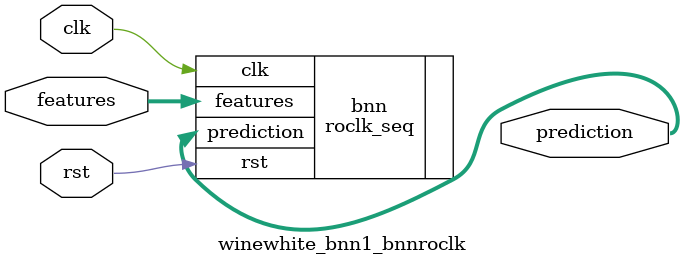
<source format=v>













module winewhite_bnn1_bnnroclk #(

parameter FEAT_CNT = 11,
parameter HIDDEN_CNT = 40,
parameter FEAT_BITS = 4,
parameter CLASS_CNT = 7,
parameter TEST_CNT = 1000


  ) (
  input clk,
  input rst,
  input [FEAT_CNT*FEAT_BITS-1:0] features,
  output [$clog2(CLASS_CNT)-1:0] prediction
  );

  localparam Weights0 = 440'b00010101000000000100110001011111111100001000110010111000111101011010011001100010111100110011000010111110111001101101111011100100100101010010111001101100110001100100000010000100011001111001000101010111000101001100101000101100000110011111011111100011100111101111111000100110011101011110000110100011110011010110001110100100000101101110011001000000111010100011101011100100010011100101000101010011100110000100101000111101100110011111111111010110 ;
  localparam Weights1 = 280'b1100111000000011001100101100101011000111100011011110001100111111010011101101011100011011111010110001111101001110110101110000110111101010000011000100001011010011000011011110101100001111010011101101011100001101100010110001111111101110111001110000000011001010100110110101111011010110 ;

  roclk_seq #(.FEAT_CNT(FEAT_CNT),.FEAT_BITS(FEAT_BITS),.HIDDEN_CNT(HIDDEN_CNT),.CLASS_CNT(CLASS_CNT),.Weights0(Weights0),.Weights1(Weights1)) bnn (
    .clk(clk),
    .rst(rst),
    .features(features),
    .prediction(prediction)
  );

endmodule

</source>
